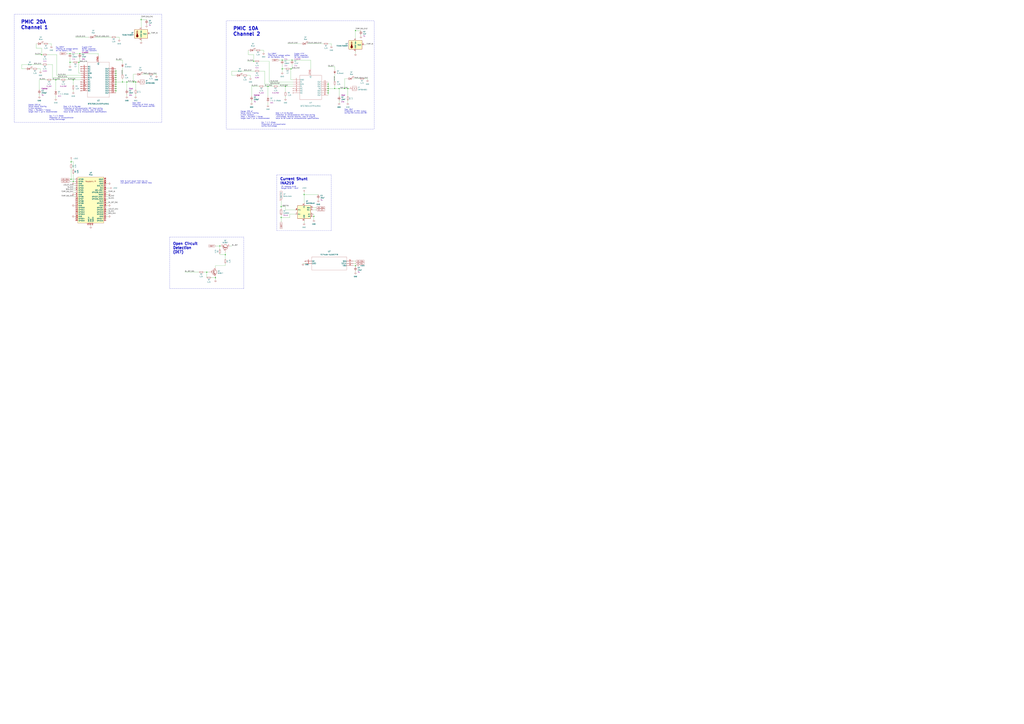
<source format=kicad_sch>
(kicad_sch (version 20211123) (generator eeschema)
  (paper "A0")
  (junction (at 255.27 285.75))
  (junction (at 92.71 62.23))
  (junction (at 163.83 22.86))
  (junction (at 142.24 95.25))
  (junction (at 91.44 72.39))
  (junction (at 81.28 62.23))
  (junction (at 134.62 102.87))
  (junction (at 327.66 69.85))
  (junction (at 134.62 97.79))
  (junction (at 48.26 63.5))
  (junction (at 381 107.95))
  (junction (at 388.62 102.87))
  (junction (at 81.28 72.39))
  (junction (at 412.75 35.56))
  (junction (at 250.19 322.58))
  (junction (at 85.09 210.82))
  (junction (at 311.15 100.33))
  (junction (at 82.55 187.96))
  (junction (at 326.39 240.03))
  (junction (at 157.48 95.25))
  (junction (at 154.94 95.25))
  (junction (at 134.62 90.17))
  (junction (at 134.62 92.71))
  (junction (at 64.77 92.71))
  (junction (at 364.49 251.46))
  (junction (at 381 102.87))
  (junction (at 134.62 95.25))
  (junction (at 85.09 92.71))
  (junction (at 400.05 102.87))
  (junction (at 381 97.79))
  (junction (at 393.7 102.87))
  (junction (at 134.62 85.09))
  (junction (at 134.62 100.33))
  (junction (at 339.09 69.85))
  (junction (at 337.82 80.01))
  (junction (at 381 100.33))
  (junction (at 134.62 82.55))
  (junction (at 147.32 95.25))
  (junction (at 403.86 102.87))
  (junction (at 82.55 208.28))
  (junction (at 331.47 100.33))
  (junction (at 261.62 295.91))
  (junction (at 412.75 308.61))
  (junction (at 381 105.41))
  (junction (at 353.06 226.06))
  (junction (at 134.62 87.63))
  (junction (at 240.03 316.23))
  (junction (at 134.62 105.41))
  (junction (at 326.39 252.73))
  (junction (at 327.66 80.01))
  (junction (at 294.64 71.12))
  (wire (pts (xy 93.98 85.09) (xy 91.44 85.09)))
  (wire (pts (xy 250.19 322.58) (xy 250.19 325.12)))
  (wire (pts (xy 123.19 243.84) (xy 125.73 243.84)))
  (wire (pts (xy 426.72 92.71) (xy 426.72 91.44)))
  (wire (pts (xy 261.62 295.91) (xy 261.62 300.99)))
  (wire (pts (xy 66.04 63.5) (xy 66.04 87.63)))
  (wire (pts (xy 82.55 195.58) (xy 82.55 208.28)))
  (wire (pts (xy 292.1 100.33) (xy 300.99 100.33)))
  (wire (pts (xy 419.1 41.91) (xy 419.1 40.64)))
  (wire (pts (xy 82.55 208.28) (xy 87.63 208.28)))
  (wire (pts (xy 86.36 238.76) (xy 87.63 238.76)))
  (wire (pts (xy 82.55 185.42) (xy 82.55 187.96)))
  (wire (pts (xy 300.99 71.12) (xy 312.42 71.12)))
  (wire (pts (xy 86.36 226.06) (xy 87.63 226.06)))
  (wire (pts (xy 110.49 43.18) (xy 129.54 43.18)))
  (wire (pts (xy 60.96 74.93) (xy 54.61 74.93)))
  (wire (pts (xy 388.62 86.36) (xy 388.62 93.98)))
  (wire (pts (xy 134.62 80.01) (xy 134.62 82.55)))
  (wire (pts (xy 323.85 69.85) (xy 327.66 69.85)))
  (wire (pts (xy 363.22 248.92) (xy 364.49 248.92)))
  (wire (pts (xy 312.42 95.25) (xy 340.36 95.25)))
  (wire (pts (xy 381 77.47) (xy 388.62 77.47)))
  (wire (pts (xy 240.03 316.23) (xy 240.03 322.58)))
  (wire (pts (xy 388.62 99.06) (xy 388.62 102.87)))
  (wire (pts (xy 307.34 82.55) (xy 300.99 82.55)))
  (polyline (pts (xy 283.21 275.59) (xy 196.85 275.59)))
  (wire (pts (xy 163.83 20.32) (xy 163.83 22.86)))
  (wire (pts (xy 48.26 63.5) (xy 49.53 63.5)))
  (wire (pts (xy 290.83 90.17) (xy 290.83 87.63)))
  (wire (pts (xy 134.62 82.55) (xy 134.62 85.09)))
  (wire (pts (xy 41.91 50.8) (xy 41.91 55.88)))
  (wire (pts (xy 85.09 196.85) (xy 85.09 187.96)))
  (wire (pts (xy 292.1 111.76) (xy 292.1 100.33)))
  (wire (pts (xy 134.62 95.25) (xy 134.62 97.79)))
  (wire (pts (xy 311.15 119.38) (xy 311.15 121.92)))
  (wire (pts (xy 123.19 228.6) (xy 125.73 228.6)))
  (wire (pts (xy 45.72 92.71) (xy 54.61 92.71)))
  (wire (pts (xy 306.07 60.96) (xy 306.07 58.42)))
  (wire (pts (xy 256.54 285.75) (xy 255.27 285.75)))
  (wire (pts (xy 288.29 58.42) (xy 288.29 63.5)))
  (wire (pts (xy 64.77 92.71) (xy 71.12 92.71)))
  (polyline (pts (xy 434.34 149.86) (xy 434.34 24.13)))
  (wire (pts (xy 60.96 90.17) (xy 60.96 74.93)))
  (wire (pts (xy 393.7 116.84) (xy 393.7 119.38)))
  (wire (pts (xy 154.94 95.25) (xy 157.48 95.25)))
  (wire (pts (xy 287.02 71.12) (xy 294.64 71.12)))
  (wire (pts (xy 163.83 46.99) (xy 163.83 48.26)))
  (polyline (pts (xy 187.96 142.24) (xy 187.96 16.51)))
  (wire (pts (xy 403.86 102.87) (xy 403.86 111.76)))
  (wire (pts (xy 331.47 243.84) (xy 331.47 240.03)))
  (wire (pts (xy 292.1 116.84) (xy 292.1 119.38)))
  (wire (pts (xy 54.61 63.5) (xy 66.04 63.5)))
  (wire (pts (xy 327.66 69.85) (xy 339.09 69.85)))
  (wire (pts (xy 86.36 213.36) (xy 87.63 213.36)))
  (wire (pts (xy 295.91 58.42) (xy 297.18 58.42)))
  (polyline (pts (xy 384.81 267.97) (xy 384.81 203.2)))
  (wire (pts (xy 45.72 109.22) (xy 45.72 111.76)))
  (wire (pts (xy 240.03 316.23) (xy 242.57 316.23)))
  (wire (pts (xy 422.91 52.07) (xy 425.45 52.07)))
  (wire (pts (xy 181.61 86.36) (xy 177.8 86.36)))
  (polyline (pts (xy 321.31 203.2) (xy 321.31 267.97)))
  (wire (pts (xy 336.55 80.01) (xy 337.82 80.01)))
  (wire (pts (xy 123.19 231.14) (xy 125.73 231.14)))
  (wire (pts (xy 353.06 226.06) (xy 369.57 226.06)))
  (wire (pts (xy 36.83 80.01) (xy 38.1 80.01)))
  (wire (pts (xy 45.72 104.14) (xy 45.72 92.71)))
  (wire (pts (xy 86.36 251.46) (xy 87.63 251.46)))
  (wire (pts (xy 261.62 306.07) (xy 261.62 308.61)))
  (polyline (pts (xy 321.31 267.97) (xy 384.81 267.97)))
  (wire (pts (xy 294.64 71.12) (xy 295.91 71.12)))
  (wire (pts (xy 157.48 95.25) (xy 158.75 95.25)))
  (wire (pts (xy 410.21 303.53) (xy 412.75 303.53)))
  (polyline (pts (xy 187.96 16.51) (xy 16.51 16.51)))
  (wire (pts (xy 134.62 43.18) (xy 138.43 43.18)))
  (wire (pts (xy 142.24 69.85) (xy 142.24 73.66)))
  (wire (pts (xy 92.71 67.31) (xy 92.71 72.39)))
  (wire (pts (xy 236.22 316.23) (xy 240.03 316.23)))
  (wire (pts (xy 381 100.33) (xy 381 102.87)))
  (wire (pts (xy 93.98 90.17) (xy 60.96 90.17)))
  (wire (pts (xy 266.7 285.75) (xy 269.24 285.75)))
  (wire (pts (xy 157.48 95.25) (xy 157.48 104.14)))
  (wire (pts (xy 81.28 62.23) (xy 92.71 62.23)))
  (wire (pts (xy 46.99 82.55) (xy 46.99 80.01)))
  (wire (pts (xy 123.19 236.22) (xy 125.73 236.22)))
  (wire (pts (xy 353.06 256.54) (xy 353.06 259.08)))
  (wire (pts (xy 337.82 80.01) (xy 337.82 92.71)))
  (wire (pts (xy 327.66 80.01) (xy 327.66 83.82)))
  (wire (pts (xy 288.29 63.5) (xy 294.64 63.5)))
  (wire (pts (xy 59.69 92.71) (xy 64.77 92.71)))
  (wire (pts (xy 364.49 248.92) (xy 364.49 251.46)))
  (wire (pts (xy 381 95.25) (xy 381 97.79)))
  (wire (pts (xy 363.22 251.46) (xy 364.49 251.46)))
  (wire (pts (xy 255.27 295.91) (xy 261.62 295.91)))
  (wire (pts (xy 381 50.8) (xy 384.81 50.8)))
  (wire (pts (xy 381 97.79) (xy 381 100.33)))
  (wire (pts (xy 138.43 45.72) (xy 138.43 43.18)))
  (wire (pts (xy 400.05 91.44) (xy 400.05 102.87)))
  (wire (pts (xy 85.09 92.71) (xy 85.09 99.06)))
  (wire (pts (xy 92.71 62.23) (xy 114.3 62.23)))
  (wire (pts (xy 363.22 241.3) (xy 367.03 241.3)))
  (polyline (pts (xy 16.51 142.24) (xy 187.96 142.24)))
  (wire (pts (xy 64.77 92.71) (xy 64.77 104.14)))
  (wire (pts (xy 410.21 306.07) (xy 412.75 306.07)))
  (wire (pts (xy 353.06 223.52) (xy 353.06 226.06)))
  (wire (pts (xy 142.24 95.25) (xy 134.62 95.25)))
  (wire (pts (xy 90.17 72.39) (xy 91.44 72.39)))
  (wire (pts (xy 76.2 92.71) (xy 85.09 92.71)))
  (wire (pts (xy 134.62 90.17) (xy 134.62 92.71)))
  (wire (pts (xy 322.58 100.33) (xy 331.47 100.33)))
  (wire (pts (xy 400.05 102.87) (xy 403.86 102.87)))
  (wire (pts (xy 85.09 228.6) (xy 87.63 228.6)))
  (wire (pts (xy 123.19 213.36) (xy 125.73 213.36)))
  (wire (pts (xy 337.82 80.01) (xy 339.09 80.01)))
  (wire (pts (xy 59.69 50.8) (xy 55.88 50.8)))
  (wire (pts (xy 280.67 87.63) (xy 281.94 87.63)))
  (wire (pts (xy 245.11 322.58) (xy 250.19 322.58)))
  (polyline (pts (xy 262.89 149.86) (xy 434.34 149.86)))
  (wire (pts (xy 170.18 29.21) (xy 170.18 27.94)))
  (wire (pts (xy 342.9 243.84) (xy 331.47 243.84)))
  (polyline (pts (xy 196.85 275.59) (xy 196.85 335.28)))
  (wire (pts (xy 87.63 43.18) (xy 102.87 43.18)))
  (wire (pts (xy 351.79 306.07) (xy 354.33 306.07)))
  (wire (pts (xy 388.62 102.87) (xy 381 102.87)))
  (wire (pts (xy 85.09 201.93) (xy 85.09 210.82)))
  (wire (pts (xy 326.39 250.19) (xy 326.39 252.73)))
  (wire (pts (xy 250.19 311.15) (xy 250.19 308.61)))
  (wire (pts (xy 85.09 218.44) (xy 87.63 218.44)))
  (wire (pts (xy 85.09 220.98) (xy 87.63 220.98)))
  (wire (pts (xy 381 105.41) (xy 381 107.95)))
  (wire (pts (xy 81.28 72.39) (xy 81.28 76.2)))
  (wire (pts (xy 81.28 72.39) (xy 85.09 72.39)))
  (wire (pts (xy 369.57 231.14) (xy 369.57 232.41)))
  (wire (pts (xy 81.28 67.31) (xy 81.28 72.39)))
  (wire (pts (xy 134.62 85.09) (xy 134.62 87.63)))
  (wire (pts (xy 29.21 80.01) (xy 25.4 80.01)))
  (wire (pts (xy 269.24 82.55) (xy 295.91 82.55)))
  (wire (pts (xy 157.48 109.22) (xy 157.48 111.76)))
  (wire (pts (xy 123.19 248.92) (xy 125.73 248.92)))
  (wire (pts (xy 134.62 105.41) (xy 134.62 107.95)))
  (wire (pts (xy 273.05 87.63) (xy 269.24 87.63)))
  (wire (pts (xy 134.62 87.63) (xy 134.62 90.17)))
  (wire (pts (xy 134.62 97.79) (xy 134.62 100.33)))
  (wire (pts (xy 381 102.87) (xy 381 105.41)))
  (wire (pts (xy 123.19 226.06) (xy 125.73 226.06)))
  (wire (pts (xy 85.09 210.82) (xy 87.63 210.82)))
  (wire (pts (xy 403.86 116.84) (xy 403.86 119.38)))
  (wire (pts (xy 340.36 97.79) (xy 307.34 97.79)))
  (wire (pts (xy 393.7 102.87) (xy 400.05 102.87)))
  (wire (pts (xy 250.19 321.31) (xy 250.19 322.58)))
  (wire (pts (xy 269.24 87.63) (xy 269.24 82.55)))
  (wire (pts (xy 91.44 72.39) (xy 91.44 85.09)))
  (wire (pts (xy 410.21 308.61) (xy 412.75 308.61)))
  (wire (pts (xy 363.22 243.84) (xy 367.03 243.84)))
  (wire (pts (xy 81.28 208.28) (xy 82.55 208.28)))
  (wire (pts (xy 142.24 78.74) (xy 142.24 86.36)))
  (wire (pts (xy 402.59 91.44) (xy 400.05 91.44)))
  (wire (pts (xy 134.62 92.71) (xy 134.62 95.25)))
  (wire (pts (xy 331.47 100.33) (xy 331.47 106.68)))
  (wire (pts (xy 381 107.95) (xy 381 110.49)))
  (wire (pts (xy 41.91 55.88) (xy 48.26 55.88)))
  (wire (pts (xy 388.62 77.47) (xy 388.62 81.28)))
  (wire (pts (xy 294.64 63.5) (xy 294.64 71.12)))
  (wire (pts (xy 331.47 111.76) (xy 331.47 114.3)))
  (wire (pts (xy 25.4 74.93) (xy 49.53 74.93)))
  (wire (pts (xy 93.98 92.71) (xy 85.09 92.71)))
  (wire (pts (xy 311.15 100.33) (xy 317.5 100.33)))
  (wire (pts (xy 312.42 71.12) (xy 312.42 95.25)))
  (wire (pts (xy 326.39 233.68) (xy 326.39 240.03)))
  (polyline (pts (xy 283.21 335.28) (xy 283.21 275.59)))
  (wire (pts (xy 412.75 59.69) (xy 412.75 62.23)))
  (wire (pts (xy 342.9 248.92) (xy 336.55 248.92)))
  (wire (pts (xy 360.68 69.85) (xy 360.68 80.01)))
  (wire (pts (xy 290.83 87.63) (xy 287.02 87.63)))
  (wire (pts (xy 353.06 226.06) (xy 353.06 236.22)))
  (wire (pts (xy 85.09 187.96) (xy 82.55 187.96)))
  (wire (pts (xy 340.36 92.71) (xy 337.82 92.71)))
  (wire (pts (xy 306.07 58.42) (xy 302.26 58.42)))
  (wire (pts (xy 82.55 187.96) (xy 82.55 190.5)))
  (wire (pts (xy 165.1 86.36) (xy 172.72 86.36)))
  (wire (pts (xy 412.75 34.29) (xy 412.75 35.56)))
  (wire (pts (xy 173.99 39.37) (xy 175.26 39.37)))
  (wire (pts (xy 147.32 109.22) (xy 147.32 111.76)))
  (wire (pts (xy 334.01 50.8) (xy 349.25 50.8)))
  (wire (pts (xy 147.32 95.25) (xy 142.24 95.25)))
  (polyline (pts (xy 262.89 24.13) (xy 262.89 149.86)))
  (wire (pts (xy 81.28 210.82) (xy 85.09 210.82)))
  (wire (pts (xy 327.66 80.01) (xy 331.47 80.01)))
  (wire (pts (xy 412.75 308.61) (xy 412.75 309.88)))
  (wire (pts (xy 142.24 91.44) (xy 142.24 95.25)))
  (wire (pts (xy 261.62 293.37) (xy 261.62 295.91)))
  (wire (pts (xy 66.04 87.63) (xy 93.98 87.63)))
  (wire (pts (xy 91.44 72.39) (xy 92.71 72.39)))
  (wire (pts (xy 147.32 104.14) (xy 147.32 95.25)))
  (wire (pts (xy 336.55 252.73) (xy 326.39 252.73)))
  (wire (pts (xy 46.99 80.01) (xy 43.18 80.01)))
  (wire (pts (xy 326.39 252.73) (xy 326.39 257.81)))
  (wire (pts (xy 123.19 246.38) (xy 125.73 246.38)))
  (wire (pts (xy 154.94 86.36) (xy 154.94 95.25)))
  (wire (pts (xy 40.64 63.5) (xy 48.26 63.5)))
  (wire (pts (xy 356.87 50.8) (xy 375.92 50.8)))
  (wire (pts (xy 157.48 86.36) (xy 154.94 86.36)))
  (wire (pts (xy 306.07 100.33) (xy 311.15 100.33)))
  (wire (pts (xy 49.53 50.8) (xy 50.8 50.8)))
  (wire (pts (xy 59.69 53.34) (xy 59.69 50.8)))
  (wire (pts (xy 255.27 294.64) (xy 255.27 295.91)))
  (wire (pts (xy 410.21 91.44) (xy 417.83 91.44)))
  (wire (pts (xy 147.32 95.25) (xy 154.94 95.25)))
  (wire (pts (xy 163.83 22.86) (xy 163.83 31.75)))
  (wire (pts (xy 331.47 240.03) (xy 326.39 240.03)))
  (wire (pts (xy 393.7 111.76) (xy 393.7 102.87)))
  (polyline (pts (xy 16.51 16.51) (xy 16.51 142.24)))
  (wire (pts (xy 307.34 97.79) (xy 307.34 82.55)))
  (wire (pts (xy 134.62 100.33) (xy 134.62 102.87)))
  (wire (pts (xy 85.09 104.14) (xy 85.09 106.68)))
  (wire (pts (xy 364.49 251.46) (xy 364.49 255.27)))
  (wire (pts (xy 393.7 102.87) (xy 388.62 102.87)))
  (wire (pts (xy 64.77 111.76) (xy 64.77 114.3)))
  (wire (pts (xy 412.75 314.96) (xy 412.75 316.23)))
  (wire (pts (xy 114.3 64.77) (xy 114.3 62.23)))
  (wire (pts (xy 426.72 91.44) (xy 422.91 91.44)))
  (wire (pts (xy 412.75 308.61) (xy 414.02 308.61)))
  (wire (pts (xy 250.19 285.75) (xy 255.27 285.75)))
  (wire (pts (xy 340.36 100.33) (xy 331.47 100.33)))
  (wire (pts (xy 336.55 248.92) (xy 336.55 252.73)))
  (wire (pts (xy 326.39 240.03) (xy 326.39 242.57)))
  (wire (pts (xy 327.66 74.93) (xy 327.66 80.01)))
  (wire (pts (xy 384.81 53.34) (xy 384.81 50.8)))
  (wire (pts (xy 181.61 87.63) (xy 181.61 86.36)))
  (wire (pts (xy 85.09 223.52) (xy 87.63 223.52)))
  (polyline (pts (xy 321.31 203.2) (xy 384.81 203.2)))
  (wire (pts (xy 255.27 285.75) (xy 255.27 289.56)))
  (wire (pts (xy 123.19 218.44) (xy 127 218.44)))
  (wire (pts (xy 123.19 223.52) (xy 125.73 223.52)))
  (wire (pts (xy 412.75 35.56) (xy 412.75 44.45)))
  (wire (pts (xy 214.63 316.23) (xy 231.14 316.23)))
  (wire (pts (xy 163.83 22.86) (xy 170.18 22.86)))
  (wire (pts (xy 25.4 80.01) (xy 25.4 74.93)))
  (wire (pts (xy 123.19 251.46) (xy 125.73 251.46)))
  (wire (pts (xy 123.19 238.76) (xy 125.73 238.76)))
  (wire (pts (xy 134.62 69.85) (xy 142.24 69.85)))
  (wire (pts (xy 250.19 308.61) (xy 261.62 308.61)))
  (wire (pts (xy 339.09 69.85) (xy 360.68 69.85)))
  (polyline (pts (xy 196.85 335.28) (xy 283.21 335.28)))
  (wire (pts (xy 48.26 55.88) (xy 48.26 63.5)))
  (wire (pts (xy 77.47 62.23) (xy 81.28 62.23)))
  (wire (pts (xy 134.62 102.87) (xy 134.62 105.41)))
  (wire (pts (xy 412.75 35.56) (xy 419.1 35.56)))
  (wire (pts (xy 85.09 215.9) (xy 87.63 215.9)))
  (polyline (pts (xy 434.34 24.13) (xy 262.89 24.13)))
  (wire (pts (xy 339.09 74.93) (xy 339.09 80.01)))
  (wire (pts (xy 311.15 100.33) (xy 311.15 111.76)))
  (wire (pts (xy 403.86 102.87) (xy 405.13 102.87)))
  (wire (pts (xy 105.41 261.62) (xy 105.41 262.89)))
  (text "R_{ADC} 4.7k & R_{IS_PROT}\nProtection of microcontroller ADC input during\n Overvoltage, Reverse Polarity, Loss of Ground\nValue to be tuned to microcontroller specifications" (at 73.66 130.81 0) (effects (font (size 1.27 1.27)) (justify left bottom)))
  (text "C_{SENSE} 220 pF\nSense signal filtering\nA time constant\n(R_{ADC} + R_{IS_PROT}) * C_{SENSE}\nlonger than 1 µs is recommended" (at 33.02 130.81 0) (effects (font (size 1.27 1.27)) (justify left bottom)))
  (text "PMIC 10A\nChannel 2" (at 270.51 41.91 0) (effects (font (size 4 4) (thickness 0.8) bold) (justify left bottom)))
  (text "C_{vs} 100nF \nFiltering of voltage spikes\non the battery line" (at 311.15 67.31 0) (effects (font (size 1.27 1.27)) (justify left bottom)))
  (text "C_{vsGND} 47nF\nBuffer capacitor\nfor fast transient" (at 95.25 59.69 0) (effects (font (size 1.27 1.27)) (justify left bottom)))
  (text "I^{2}C Address: 0x40\nRange: 0x40 - 0x4F" (at 326.39 219.71 0) (effects (font (size 1.27 1.27)) (justify left bottom)))
  (text "D_{Z1} 7 V Z-Diode\nProtection of microcontroller\nduring Overvoltage" (at 57.15 139.7 0) (effects (font (size 1.27 1.27)) (justify left bottom)))
  (text "Open Circuit\nDetection\n(DET)" (at 200.66 294.64 0) (effects (font (size 3 3) (thickness 0.6) bold) (justify left bottom)))
  (text "C_{vsGND} 47nF\nBuffer capacitor\nfor fast transient" (at 341.63 67.31 0) (effects (font (size 1.27 1.27)) (justify left bottom)))
  (text "C_{SENSE} 220 pF\nSense signal filtering\nA time constant\n(R_{ADC} + R_{IS_PROT}) * C_{SENSE}\nlonger than 1 µs is recommended" (at 279.4 138.43 0) (effects (font (size 1.27 1.27)) (justify left bottom)))
  (text "D_{Z1} 7 V Z-Diode\nProtection of microcontroller\nduring Overvoltage" (at 303.53 147.32 0) (effects (font (size 1.27 1.27)) (justify left bottom)))
  (text "C_{OUT} 10nF\nProtection of PMIC output\nduring ESD events and BCI" (at 400.05 132.08 0) (effects (font (size 1.27 1.27)) (justify left bottom)))
  (text "Current Shunt\nINA219" (at 325.12 214.63 0) (effects (font (size 3 3) (thickness 0.6) bold) (justify left bottom)))
  (text "C_{OUT} 10nF\nProtection of PMIC output\nduring ESD events and BCI" (at 153.67 124.46 0) (effects (font (size 1.27 1.27)) (justify left bottom)))
  (text "R_{ADC} 4.7k & R_{IS_PROT}\nProtection of microcontroller ADC input during\n Overvoltage, Reverse Polarity, Loss of Ground\nValue to be tuned to microcontroller specifications" (at 320.04 138.43 0) (effects (font (size 1.27 1.27)) (justify left bottom)))
  (text "Safe to bum power from the rpi.\nJust gotta keep it under 300ma hoss" (at 139.7 213.36 0) (effects (font (size 1.27 1.27)) (justify left bottom)))
  (text "C_{vs} 100nF \nFiltering of voltage spikes\non the battery line" (at 64.77 59.69 0) (effects (font (size 1.27 1.27)) (justify left bottom)))
  (text "PMIC 20A\nChannel 1" (at 24.13 34.29 0) (effects (font (size 4 4) (thickness 0.8) bold) (justify left bottom)))
  (label "IS_CH1" (at 125.73 231.14 0))
  (label "LED_ST_CH2" (at 334.01 50.8 0))
  (label "IS_CH1" (at 45.72 92.71 0))
  (label "TEMP_SIG_CH1" (at 85.09 223.52 180))
  (label "DEN_R_CH2" (at 313.69 97.79 0))
  (label "IS_CH2" (at 125.73 228.6 0))
  (label "IN_R_CH1" (at 67.31 87.63 0))
  (label "LED_ST_GND_CH2" (at 356.87 50.8 0))
  (label "PWR_LED_K_CH1" (at 166.37 86.36 0))
  (label "DEN_CH1" (at 39.37 74.93 0))
  (label "DEN_CH2" (at 283.21 82.55 0))
  (label "IN_CH2" (at 287.02 71.12 0))
  (label "OL_DET_CH1" (at 142.24 86.36 90) (effects (font (size 0.55 0.55))))
  (label "IN_CH2" (at 85.09 218.44 180))
  (label "IS_T_CH2" (at 307.34 100.33 0))
  (label "TEMP_SIG_CH2" (at 85.09 228.6 180))
  (label "IS_R_CH2" (at 325.12 100.33 0))
  (label "LED_ST_CH1" (at 125.73 243.84 0))
  (label "IN_R_CH2" (at 313.69 95.25 0))
  (label "LED_ST_CH1" (at 87.63 43.18 0))
  (label "GND_CH2" (at 339.09 80.01 0))
  (label "IS_CH2" (at 292.1 100.33 0))
  (label "IS_R_CH1" (at 78.74 92.71 0))
  (label "TEMP_IN" (at 175.26 39.37 0))
  (label "OUT_CH2" (at 394.97 102.87 0))
  (label "OL_DET_SIG" (at 214.63 316.23 0))
  (label "TEMP_SIG_CH1" (at 163.83 20.32 0))
  (label "TEMP_IN" (at 125.73 223.52 0))
  (label "TEMP_IN" (at 425.45 52.07 0))
  (label "OUT_CH1" (at 148.59 95.25 0))
  (label "IN_CH1" (at 125.73 246.38 0))
  (label "DEN_CH2" (at 85.09 220.98 180))
  (label "OL_DET" (at 269.24 285.75 0))
  (label "VBATTIN" (at 327.66 240.03 0))
  (label "OL_DET_SIG" (at 125.73 236.22 0))
  (label "PWR_LED_K_CH2" (at 411.48 91.44 0))
  (label "LED_ST_CH2" (at 85.09 215.9 180))
  (label "OL_DET_CH9" (at 388.62 93.98 90) (effects (font (size 0.55 0.55))))
  (label "GND_CH1" (at 92.71 72.39 0))
  (label "DEN_R_CH1" (at 67.31 90.17 0))
  (label "IS_T_CH1" (at 60.96 92.71 0))
  (label "OL_DET" (at 381 77.47 0))
  (label "OL_DET" (at 134.62 69.85 0))
  (label "DEN_CH1" (at 125.73 248.92 0))
  (label "LED_ST_GND_CH1" (at 110.49 43.18 0))
  (label "IN_CH1" (at 40.64 63.5 0))
  (label "TEMP_SIG_CH2" (at 412.75 34.29 0))
  (global_label "I2C_SDA" (shape input) (at 412.75 303.53 0) (property "Intersheet References" "${INTERSHEET_REFS}" (effects hide)))
  (global_label "I2C_SCL" (shape input) (at 81.28 210.82 180) (property "Intersheet References" "${INTERSHEET_REFS}" (effects hide)))
  (global_label "I2C_SDA" (shape input) (at 367.03 241.3 0) (property "Intersheet References" "${INTERSHEET_REFS}" (effects hide)))
  (global_label "VBATT" (shape input) (at 323.85 69.85 180) (property "Intersheet References" "${INTERSHEET_REFS}" (effects hide)))
  (global_label "I2C_SDA" (shape input) (at 81.28 208.28 180) (property "Intersheet References" "${INTERSHEET_REFS}" (effects hide)))
  (global_label "VBATT" (shape input) (at 250.19 285.75 180) (property "Intersheet References" "${INTERSHEET_REFS}" (effects hide)))
  (global_label "I2C_SCL" (shape input) (at 412.75 306.07 0) (property "Intersheet References" "${INTERSHEET_REFS}" (effects hide)))
  (global_label "VBATT" (shape input) (at 77.47 62.23 180) (property "Intersheet References" "${INTERSHEET_REFS}" (effects hide)))
  (global_label "I2C_SCL" (shape input) (at 367.03 243.84 0) (property "Intersheet References" "${INTERSHEET_REFS}" (effects hide)))
  (global_label "VBATT" (shape input) (at 326.39 257.81 270) (property "Intersheet References" "${INTERSHEET_REFS}" (effects hide)))
  (symbol (lib_id "power:GND") (at 86.36 213.36 270) (unit 1)
    (property "Reference" "#PWR?" (effects hide))
    (property "Value" "GND" (effects hide))
  )
  (symbol (lib_id "Device:R_Small") (at 299.72 58.42 90) (unit 1)
    (property "Reference" "R?" (at 299.72 60.96 90))
    (property "Value" "1.2k" (at 299.72 63.5 90))
    (property "Footprint" "Resistor_SMD:R_0603_1608Metric" (effects hide))
  )
  (symbol (lib_id "Device:LED") (at 292.1 58.42 180) (unit 1)
    (property "Reference" "D?" (at 293.6875 50.8 0))
    (property "Value" "Blue" (at 293.6875 53.34 0))
    (property "Footprint" "LED_SMD:LED_0603_1608Metric" (effects hide))
  )
  (symbol (lib_id "Device:R_Small") (at 331.47 109.22 0) (unit 1)
    (property "Reference" "R?" (at 334.01 107.9499 0) (effects (justify left)))
    (property "Value" "1.2k" (at 334.01 110.4899 0) (effects (justify left)))
    (property "Footprint" "Resistor_SMD:R_0603_1608Metric" (effects hide))
  )
  (symbol (lib_id "power:GND") (at 181.61 87.63 0) (unit 1)
    (property "Reference" "#PWR?" (effects hide))
    (property "Value" "GND" (at 181.61 92.71 0))
  )
  (symbol (lib_id "Device:C_Small") (at 81.28 64.77 0) (unit 1)
    (property "Reference" "C?" (at 83.82 63.5062 0) (effects (justify left)))
    (property "Value" "100nF" (at 83.82 66.0462 0) (effects (justify left)))
    (property "Footprint" "Capacitor_SMD:C_0603_1608Metric" (effects hide))
    (property "Voltage" "14v" (at 83.82 68.58 0) (effects (justify left)))
    (property "Name" "Cvs" (at 83.82 60.96 0) (effects (justify left)))
  )
  (symbol (lib_id "power:GND") (at 327.66 83.82 0) (unit 1)
    (property "Reference" "#PWR?" (effects hide))
    (property "Value" "GND" (at 327.66 88.9 0))
  )
  (symbol (lib_id "Device:R_Small") (at 334.01 80.01 90) (unit 1)
    (property "Reference" "R?" (at 334.01 82.55 90))
    (property "Value" "47" (at 334.01 85.09 90))
    (property "Footprint" "Resistor_SMD:R_0603_1608Metric" (effects hide))
  )
  (symbol (lib_id "GitHub:Pico") (at 105.41 232.41 0) (unit 1)
    (property "Reference" "U?" (at 105.41 200.66 0))
    (property "Value" "Pico" (at 105.41 203.2 0))
    (property "Footprint" "Library:RPi_Pico_SMD_TH" (effects hide))
  )
  (symbol (lib_id "Device:R_Small") (at 53.34 50.8 90) (unit 1)
    (property "Reference" "R?" (at 53.34 53.34 90))
    (property "Value" "1.2k" (at 53.34 55.88 90))
    (property "Footprint" "Resistor_SMD:R_0603_1608Metric" (effects hide))
  )
  (symbol (lib_id "Device:C_Small") (at 292.1 114.3 0) (unit 1)
    (property "Reference" "C?" (at 294.64 113.0362 0) (effects (justify left)))
    (property "Value" "220pF" (at 294.64 115.5762 0) (effects (justify left)))
    (property "Footprint" "Capacitor_SMD:C_0603_1608Metric" (effects hide))
    (property "Voltage" "7v" (at 294.64 118.11 0) (effects (justify left)))
    (property "Name" "Csense" (at 294.64 110.49 0) (effects (justify left)))
  )
  (symbol (lib_id "power:GND") (at 311.15 121.92 0) (unit 1)
    (property "Reference" "#PWR?" (effects hide))
    (property "Value" "GND" (at 311.15 127 0))
  )
  (symbol (lib_id "power:GND") (at 46.99 82.55 0) (unit 1)
    (property "Reference" "#PWR?" (effects hide))
    (property "Value" "GND" (at 46.99 87.63 0))
  )
  (symbol (lib_id "Device:R_Small") (at 320.04 100.33 90) (unit 1)
    (property "Reference" "R?" (at 320.04 102.87 90))
    (property "Value" "4.7k" (at 320.04 105.41 90))
    (property "Footprint" "Resistor_SMD:R_0603_1608Metric" (effects hide))
    (property "Name" "R_IS_PROT" (at 320.04 107.95 90) (effects (font (size 1 1))))
  )
  (symbol (lib_id "Device:R") (at 326.39 246.38 0) (unit 1)
    (property "Reference" "R?" (at 328.93 245.1099 0) (effects (justify left)))
    (property "Value" "0.0003" (at 328.93 247.6499 0) (effects (justify left)))
    (property "Footprint" "Library:5930" (effects hide))
    (property "Name" "Shunt" (at 328.93 250.19 0) (effects (justify left)))
  )
  (symbol (lib_id "Device:C_Small") (at 393.7 114.3 0) (unit 1)
    (property "Reference" "C?" (at 396.24 113.0362 0) (effects (justify left)))
    (property "Value" "10nF" (at 396.24 115.5762 0) (effects (justify left)))
    (property "Footprint" "Capacitor_SMD:C_0603_1608Metric" (effects hide))
    (property "Voltage" "14v" (at 396.24 118.11 0) (effects (justify left)))
    (property "Name" "Cout" (at 396.24 110.49 0) (effects (justify left)))
  )
  (symbol (lib_id "power:GND") (at 157.48 111.76 0) (unit 1)
    (property "Reference" "#PWR?" (effects hide))
    (property "Value" "GND" (at 157.48 116.84 0))
  )
  (symbol (lib_id "power:GND") (at 384.81 53.34 0) (unit 1)
    (property "Reference" "#PWR?" (effects hide))
    (property "Value" "GND" (at 384.81 58.42 0))
  )
  (symbol (lib_id "Device:C_Small") (at 92.71 64.77 0) (unit 1)
    (property "Reference" "C?" (at 95.25 63.5062 0) (effects (justify left)))
    (property "Value" "47nF" (at 95.25 66.0462 0) (effects (justify left)))
    (property "Footprint" "Capacitor_SMD:C_0603_1608Metric" (effects hide))
    (property "Voltage" "14v" (at 95.25 68.58 0) (effects (justify left)))
    (property "Name" "CvsGND" (at 95.25 60.96 0) (effects (justify left)))
  )
  (symbol (lib_id "Device:C_Small") (at 412.75 312.42 0) (unit 1)
    (property "Reference" "C?" (at 415.29 311.1562 0) (effects (justify left)))
    (property "Value" "10uF" (at 415.29 313.6962 0) (effects (justify left)))
    (property "Footprint" "Capacitor_SMD:C_0603_1608Metric" (effects hide))
    (property "Voltage" "7v" (at 415.29 316.23 0) (effects (justify left)))
  )
  (symbol (lib_id "power:GND") (at 81.28 76.2 0) (unit 1)
    (property "Reference" "#PWR?" (effects hide))
    (property "Value" "GND" (at 81.28 81.28 0))
  )
  (symbol (lib_id "power:GND") (at 419.1 41.91 0) (unit 1)
    (property "Reference" "#PWR?" (effects hide))
    (property "Value" "GND" (effects hide))
  )
  (symbol (lib_id "Device:LED") (at 353.06 50.8 180) (unit 1)
    (property "Reference" "D?" (at 354.6475 43.18 0))
    (property "Value" "Red" (at 354.6475 45.72 0))
    (property "Footprint" "LED_SMD:LED_0603_1608Metric" (effects hide))
  )
  (symbol (lib_id "power:GND") (at 351.79 306.07 0) (unit 1)
    (property "Reference" "#PWR?" (effects hide))
    (property "Value" "GND" (at 354.33 307.3399 0) (effects (justify left)))
  )
  (symbol (lib_id "power:GND") (at 364.49 255.27 0) (unit 1)
    (property "Reference" "#PWR?" (effects hide))
    (property "Value" "GND" (at 364.49 260.35 0))
  )
  (symbol (lib_id "Device:R_Small") (at 40.64 80.01 90) (unit 1)
    (property "Reference" "R?" (at 40.64 82.55 90))
    (property "Value" "1.2k" (at 40.64 85.09 90))
    (property "Footprint" "Resistor_SMD:R_0603_1608Metric" (effects hide))
  )
  (symbol (lib_id "GitHub:197054001") (at 165.1 93.98 180) (unit 1)
    (property "Reference" "J?" (at 168.91 93.9799 0) (effects (justify right)))
    (property "Value" "197054001" (at 168.91 96.5199 0) (effects (justify right)))
    (property "Footprint" "Library:197054001" (effects hide))
  )
  (symbol (lib_id "Device:C_Small") (at 147.32 106.68 0) (unit 1)
    (property "Reference" "C?" (at 149.86 105.4162 0) (effects (justify left)))
    (property "Value" "10nF" (at 149.86 107.9562 0) (effects (justify left)))
    (property "Footprint" "Capacitor_SMD:C_0603_1608Metric" (effects hide))
    (property "Voltage" "14v" (at 149.86 110.49 0) (effects (justify left)))
    (property "Name" "Cout" (at 149.86 102.87 0) (effects (justify left)))
  )
  (symbol (lib_id "Device:LED") (at 406.4 91.44 180) (unit 1)
    (property "Reference" "D?" (at 407.9875 83.82 0))
    (property "Value" "Red" (at 407.9875 86.36 0))
    (property "Footprint" "LED_SMD:LED_0603_1608Metric" (effects hide))
  )
  (symbol (lib_id "power:GND") (at 147.32 111.76 0) (unit 1)
    (property "Reference" "#PWR?" (effects hide))
    (property "Value" "GND" (at 147.32 116.84 0))
  )
  (symbol (lib_id "Device:R_Small") (at 298.45 82.55 90) (unit 1)
    (property "Reference" "R?" (at 298.45 85.09 90))
    (property "Value" "4.7k" (at 298.45 87.63 90))
    (property "Footprint" "Resistor_SMD:R_0603_1608Metric" (effects hide))
    (property "Name" "R_DEN" (at 298.45 90.17 90) (effects (font (size 1 1))))
  )
  (symbol (lib_id "GitHub:6mm_hole") (at 328.93 229.87 90) (unit 1)
    (property "Reference" "U?" (at 328.93 225.4249 90) (effects (justify right)))
    (property "Value" "6mm_hole" (at 328.93 227.9649 90) (effects (justify right)))
    (property "Footprint" "Library:6mm hole" (effects hide))
  )
  (symbol (lib_id "Device:LED") (at 106.68 43.18 180) (unit 1)
    (property "Reference" "D?" (at 108.2675 35.56 0))
    (property "Value" "Red" (at 108.2675 38.1 0))
    (property "Footprint" "LED_SMD:LED_0603_1608Metric" (effects hide))
  )
  (symbol (lib_id "power:+3V3") (at 82.55 185.42 0) (unit 1)
    (property "Reference" "#PWR?" (effects hide))
    (property "Value" "+3V3" (at 85.09 184.1499 0) (effects (justify left)))
  )
  (symbol (lib_id "Device:R_Small") (at 142.24 88.9 0) (unit 1)
    (property "Reference" "R?" (at 144.78 87.6299 0) (effects (justify left)))
    (property "Value" "1.2k" (at 144.78 90.1699 0) (effects (justify left)))
    (property "Footprint" "Resistor_SMD:R_0603_1608Metric" (effects hide))
  )
  (symbol (lib_id "Sensor_Temperature:TC1047xNB") (at 163.83 39.37 0) (unit 1)
    (property "Reference" "U?" (at 154.94 38.0999 0) (effects (justify right)))
    (property "Value" "TC1047VNBTR" (at 154.94 40.6399 0) (effects (justify right)))
    (property "Footprint" "Package_TO_SOT_SMD:SOT-23" (effects hide))
    (property "Datasheet" "http://ww1.microchip.com/downloads/en/DeviceDoc/21498D.pdf" (effects hide))
  )
  (symbol (lib_id "power:GND") (at 369.57 232.41 0) (unit 1)
    (property "Reference" "#PWR?" (effects hide))
    (property "Value" "GND" (at 369.57 237.49 0))
  )
  (symbol (lib_id "power:GND") (at 86.36 238.76 270) (unit 1)
    (property "Reference" "#PWR?" (effects hide))
    (property "Value" "GND" (effects hide))
  )
  (symbol (lib_id "power:GND") (at 290.83 90.17 0) (unit 1)
    (property "Reference" "#PWR?" (effects hide))
    (property "Value" "GND" (at 290.83 95.25 0))
  )
  (symbol (lib_id "Device:C_Small") (at 327.66 72.39 0) (unit 1)
    (property "Reference" "C?" (at 330.2 71.1262 0) (effects (justify left)))
    (property "Value" "100nF" (at 330.2 73.6662 0) (effects (justify left)))
    (property "Footprint" "Capacitor_SMD:C_0603_1608Metric" (effects hide))
    (property "Voltage" "14v" (at 330.2 76.2 0) (effects (justify left)))
    (property "Name" "Cvs" (at 330.2 68.58 0) (effects (justify left)))
  )
  (symbol (lib_id "Device:R_Small") (at 303.53 100.33 90) (unit 1)
    (property "Reference" "R?" (at 303.53 102.87 90))
    (property "Value" "4.7k" (at 303.53 105.41 90))
    (property "Footprint" "Resistor_SMD:R_0603_1608Metric" (effects hide))
    (property "Name" "R_ADC" (at 303.53 107.95 90))
  )
  (symbol (lib_id "Transistor_BJT:BC817") (at 247.65 316.23 0) (unit 1)
    (property "Reference" "Q?" (at 252.73 314.9599 0) (effects (justify left)))
    (property "Value" "BC817" (at 252.73 317.4999 0) (effects (justify left)))
    (property "Footprint" "Package_TO_SOT_SMD:SOT-23" (effects hide))
    (property "Datasheet" "https://www.onsemi.com/pub/Collateral/BC818-D.pdf" (effects hide))
  )
  (symbol (lib_id "Device:R_Small") (at 52.07 63.5 90) (unit 1)
    (property "Reference" "R?" (at 52.07 66.04 90))
    (property "Value" "4.7k" (at 52.07 68.58 90))
    (property "Footprint" "Resistor_SMD:R_0603_1608Metric" (effects hide))
    (property "Name" "R_IN" (at 52.07 71.12 90) (effects (font (size 1 1))))
  )
  (symbol (lib_id "power:GND") (at 306.07 60.96 0) (unit 1)
    (property "Reference" "#PWR?" (effects hide))
    (property "Value" "GND" (at 306.07 66.04 0))
  )
  (symbol (lib_id "Device:R_Small") (at 261.62 303.53 180) (unit 1)
    (property "Reference" "R?" (at 264.16 303.53 90))
    (property "Value" "1.2k" (at 266.7 303.53 90))
    (property "Footprint" "Resistor_SMD:R_0603_1608Metric" (effects hide))
  )
  (symbol (lib_id "power:GND") (at 125.73 251.46 90) (unit 1)
    (property "Reference" "#PWR?" (effects hide))
    (property "Value" "GND" (effects hide))
  )
  (symbol (lib_id "power:+3V3") (at 353.06 223.52 0) (unit 1)
    (property "Reference" "#PWR?" (effects hide))
    (property "Value" "+3V3" (at 353.06 218.44 0))
  )
  (symbol (lib_id "power:GND") (at 426.72 92.71 0) (unit 1)
    (property "Reference" "#PWR?" (effects hide))
    (property "Value" "GND" (at 426.72 97.79 0))
  )
  (symbol (lib_id "power:+3V3") (at 414.02 308.61 270) (unit 1)
    (property "Reference" "#PWR?" (effects hide))
    (property "Value" "+3V3" (at 417.83 308.6099 90) (effects (justify left)))
  )
  (symbol (lib_id "Device:R_Small") (at 73.66 92.71 90) (unit 1)
    (property "Reference" "R?" (at 73.66 95.25 90))
    (property "Value" "4.7k" (at 73.66 97.79 90))
    (property "Footprint" "Resistor_SMD:R_0603_1608Metric" (effects hide))
    (property "Name" "R_IS_PROT" (at 73.66 100.33 90) (effects (font (size 1 1))))
  )
  (symbol (lib_id "Device:R_Small") (at 57.15 92.71 90) (unit 1)
    (property "Reference" "R?" (at 57.15 95.25 90))
    (property "Value" "4.7k" (at 57.15 97.79 90))
    (property "Footprint" "Resistor_SMD:R_0603_1608Metric" (effects hide))
    (property "Name" "R_ADC" (at 57.15 100.33 90))
  )
  (symbol (lib_id "Device:R_Small") (at 175.26 86.36 90) (unit 1)
    (property "Reference" "R?" (at 175.26 88.9 90))
    (property "Value" "4.7k" (at 175.26 91.44 90))
    (property "Footprint" "Resistor_SMD:R_0603_1608Metric" (effects hide))
  )
  (symbol (lib_id "power:GND") (at 331.47 114.3 0) (unit 1)
    (property "Reference" "#PWR?" (effects hide))
    (property "Value" "GND" (at 331.47 119.38 0))
  )
  (symbol (lib_id "power:GND") (at 45.72 111.76 0) (unit 1)
    (property "Reference" "#PWR?" (effects hide))
    (property "Value" "GND" (at 45.72 116.84 0))
  )
  (symbol (lib_id "power:GND") (at 353.06 259.08 0) (unit 1)
    (property "Reference" "#PWR?" (effects hide))
    (property "Value" "GND" (at 353.06 264.16 0))
  )
  (symbol (lib_id "Sensor_Temperature:TC1047xNB") (at 412.75 52.07 0) (unit 1)
    (property "Reference" "U?" (at 403.86 50.7999 0) (effects (justify right)))
    (property "Value" "TC1047VNBTR" (at 403.86 53.3399 0) (effects (justify right)))
    (property "Footprint" "Package_TO_SOT_SMD:SOT-23" (effects hide))
    (property "Datasheet" "http://ww1.microchip.com/downloads/en/DeviceDoc/21498D.pdf" (effects hide))
  )
  (symbol (lib_id "power:GND") (at 86.36 226.06 270) (unit 1)
    (property "Reference" "#PWR?" (effects hide))
    (property "Value" "GND" (effects hide))
  )
  (symbol (lib_id "Device:LED") (at 276.86 87.63 180) (unit 1)
    (property "Reference" "D?" (at 278.4475 80.01 0))
    (property "Value" "Blue" (at 278.4475 82.55 0))
    (property "Footprint" "LED_SMD:LED_0603_1608Metric" (effects hide))
  )
  (symbol (lib_id "Device:C_Small") (at 45.72 106.68 0) (unit 1)
    (property "Reference" "C?" (at 48.26 105.4162 0) (effects (justify left)))
    (property "Value" "220pF" (at 48.26 107.9562 0) (effects (justify left)))
    (property "Footprint" "Capacitor_SMD:C_0603_1608Metric" (effects hide))
    (property "Voltage" "7v" (at 48.26 110.49 0) (effects (justify left)))
    (property "Name" "Csense" (at 48.26 102.87 0) (effects (justify left)))
  )
  (symbol (lib_id "Device:R_Small") (at 132.08 43.18 90) (unit 1)
    (property "Reference" "R?" (at 132.08 45.72 90))
    (property "Value" "1.2k" (at 132.08 48.26 90))
    (property "Footprint" "Resistor_SMD:R_0603_1608Metric" (effects hide))
  )
  (symbol (lib_id "power:GND") (at 86.36 251.46 270) (unit 1)
    (property "Reference" "#PWR?" (effects hide))
    (property "Value" "GND" (effects hide))
  )
  (symbol (lib_id "Device:R_Small") (at 87.63 72.39 90) (unit 1)
    (property "Reference" "R?" (at 87.63 74.93 90))
    (property "Value" "47" (at 87.63 77.47 90))
    (property "Footprint" "Resistor_SMD:R_0603_1608Metric" (effects hide))
  )
  (symbol (lib_id "power:GND") (at 125.73 213.36 90) (unit 1)
    (property "Reference" "#PWR?" (effects hide))
    (property "Value" "GND" (effects hide))
  )
  (symbol (lib_id "Device:R_Small") (at 420.37 91.44 90) (unit 1)
    (property "Reference" "R?" (at 420.37 93.98 90))
    (property "Value" "4.7k" (at 420.37 96.52 90))
    (property "Footprint" "Resistor_SMD:R_0603_1608Metric" (effects hide))
  )
  (symbol (lib_id "power:GND") (at 170.18 29.21 0) (unit 1)
    (property "Reference" "#PWR?" (effects hide))
    (property "Value" "GND" (effects hide))
  )
  (symbol (lib_id "Device:D_Zener") (at 64.77 107.95 270) (unit 1)
    (property "Reference" "D?" (at 67.31 106.6799 90) (effects (justify left)))
    (property "Value" "7 V Z-Diode" (at 67.31 109.2199 90) (effects (justify left)))
    (property "Footprint" "Diode_SMD:D_SOD-123" (effects hide))
    (property "Name" "DZ1" (at 67.31 111.76 90) (effects (justify left)))
  )
  (symbol (lib_id "Device:R_Small") (at 52.07 74.93 90) (unit 1)
    (property "Reference" "R?" (at 52.07 77.47 90))
    (property "Value" "4.7k" (at 52.07 80.01 90))
    (property "Footprint" "Resistor_SMD:R_0603_1608Metric" (effects hide))
    (property "Name" "R_DEN" (at 52.07 82.55 90) (effects (font (size 1 1))))
  )
  (symbol (lib_id "power:GND") (at 138.43 45.72 0) (unit 1)
    (property "Reference" "#PWR?" (effects hide))
    (property "Value" "GND" (at 138.43 50.8 0))
  )
  (symbol (lib_id "Device:C_Small") (at 170.18 25.4 0) (unit 1)
    (property "Reference" "C?" (at 172.72 24.1362 0) (effects (justify left)))
    (property "Value" "1uF" (at 172.72 26.6762 0) (effects (justify left)))
    (property "Footprint" "Capacitor_SMD:C_0603_1608Metric" (effects hide))
    (property "Voltage" "7v" (at 172.72 29.21 0) (effects (justify left)))
  )
  (symbol (lib_id "Device:R_Small") (at 284.48 87.63 90) (unit 1)
    (property "Reference" "R?" (at 284.48 90.17 90))
    (property "Value" "1.2k" (at 284.48 92.71 90))
    (property "Footprint" "Resistor_SMD:R_0603_1608Metric" (effects hide))
  )
  (symbol (lib_id "GitHub:BTS700121ESPXUMA1") (at 93.98 77.47 0) (unit 1)
    (property "Reference" "U?" (at 114.3 116.84 0) (effects (font (size 1.524 1.524))))
    (property "Value" "BTS700121ESPXUMA1" (at 114.3 120.65 0) (effects (font (size 1.524 1.524))))
    (property "Footprint" "Library:PG-TSDSO-24_VIA" (effects hide))
    (property "Datasheet" "https://www.infineon.com/dgdl/Infineon-BTS70012-1ESP-DataSheet-v01_10-EN.pdf?fileId=5546d462758f5bd1017598473e2a39a7" (effects hide))
  )
  (symbol (lib_id "Device:R_Small") (at 85.09 101.6 0) (unit 1)
    (property "Reference" "R?" (at 87.63 100.3299 0) (effects (justify left)))
    (property "Value" "1.2k" (at 87.63 102.8699 0) (effects (justify left)))
    (property "Footprint" "Resistor_SMD:R_0603_1608Metric" (effects hide))
  )
  (symbol (lib_id "Device:R_Small") (at 85.09 199.39 180) (unit 1)
    (property "Reference" "R?" (at 87.63 199.39 90))
    (property "Value" "1.2k" (at 90.17 199.39 90))
    (property "Footprint" "Resistor_SMD:R_0603_1608Metric" (effects hide))
  )
  (symbol (lib_id "power:GND") (at 292.1 119.38 0) (unit 1)
    (property "Reference" "#PWR?" (effects hide))
    (property "Value" "GND" (at 292.1 124.46 0))
  )
  (symbol (lib_id "Device:LED") (at 33.02 80.01 180) (unit 1)
    (property "Reference" "D?" (at 34.6075 72.39 0))
    (property "Value" "Blue" (at 34.6075 74.93 0))
    (property "Footprint" "LED_SMD:LED_0603_1608Metric" (effects hide))
  )
  (symbol (lib_id "power:GND") (at 412.75 62.23 0) (unit 1)
    (property "Reference" "#PWR?" (effects hide))
    (property "Value" "GND" (effects hide))
  )
  (symbol (lib_id "power:GND") (at 412.75 316.23 0) (unit 1)
    (property "Reference" "#PWR?" (effects hide))
    (property "Value" "GND" (at 412.75 321.31 0))
  )
  (symbol (lib_id "Device:R_Small") (at 82.55 193.04 180) (unit 1)
    (property "Reference" "R?" (at 85.09 193.04 90))
    (property "Value" "1.2k" (at 87.63 193.04 90))
    (property "Footprint" "Resistor_SMD:R_0603_1608Metric" (effects hide))
  )
  (symbol (lib_id "Device:C_Small") (at 419.1 38.1 0) (unit 1)
    (property "Reference" "C?" (at 421.64 36.8362 0) (effects (justify left)))
    (property "Value" "1uF" (at 421.64 39.3762 0) (effects (justify left)))
    (property "Footprint" "Capacitor_SMD:C_0603_1608Metric" (effects hide))
    (property "Voltage" "7v" (at 421.64 41.91 0) (effects (justify left)))
  )
  (symbol (lib_id "ARCmini_Library:TC74A5-3.3VCTTR") (at 354.33 303.53 0) (unit 1)
    (property "Reference" "U?" (at 382.27 292.1 0) (effects (font (size 1.524 1.524))))
    (property "Value" "TC74A5-3.3VCTTR" (at 382.27 295.91 0) (effects (font (size 1.524 1.524))))
    (property "Footprint" "ADCmini_Footprint:TC74A5-3.3VCTTR" (effects hide))
  )
  (symbol (lib_id "power:GND") (at 59.69 53.34 0) (unit 1)
    (property "Reference" "#PWR?" (effects hide))
    (property "Value" "GND" (at 59.69 58.42 0))
  )
  (symbol (lib_id "power:GND") (at 403.86 119.38 0) (unit 1)
    (property "Reference" "#PWR?" (effects hide))
    (property "Value" "GND" (at 403.86 124.46 0))
  )
  (symbol (lib_id "power:GND") (at 125.73 238.76 90) (unit 1)
    (property "Reference" "#PWR?" (effects hide))
    (property "Value" "GND" (effects hide))
  )
  (symbol (lib_id "power:GND") (at 250.19 325.12 0) (unit 1)
    (property "Reference" "#PWR?" (effects hide))
    (property "Value" "GND" (effects hide))
  )
  (symbol (lib_id "Device:R_Small") (at 298.45 71.12 90) (unit 1)
    (property "Reference" "R?" (at 298.45 73.66 90))
    (property "Value" "4.7k" (at 298.45 76.2 90))
    (property "Footprint" "Resistor_SMD:R_0603_1608Metric" (effects hide))
    (property "Name" "R_IN" (at 298.45 78.74 90) (effects (font (size 1 1))))
  )
  (symbol (lib_id "power:+3V3") (at 127 218.44 270) (unit 1)
    (property "Reference" "#PWR?" (effects hide))
    (property "Value" "+3V3" (at 130.81 218.4399 90) (effects (justify left)))
  )
  (symbol (lib_id "Device:LED") (at 161.29 86.36 180) (unit 1)
    (property "Reference" "D?" (at 162.8775 78.74 0))
    (property "Value" "Red" (at 162.8775 81.28 0))
    (property "Footprint" "LED_SMD:LED_0603_1608Metric" (effects hide))
  )
  (symbol (lib_id "Device:C_Small") (at 369.57 228.6 0) (unit 1)
    (property "Reference" "C?" (at 372.11 227.3362 0) (effects (justify left)))
    (property "Value" "10uF" (at 372.11 229.8762 0) (effects (justify left)))
    (property "Footprint" "Capacitor_SMD:C_0603_1608Metric" (effects hide))
    (property "Voltage" "7v" (at 372.11 232.41 0) (effects (justify left)))
  )
  (symbol (lib_id "power:GND") (at 85.09 106.68 0) (unit 1)
    (property "Reference" "#PWR?" (effects hide))
    (property "Value" "GND" (at 85.09 111.76 0))
  )
  (symbol (lib_id "power:GND") (at 64.77 114.3 0) (unit 1)
    (property "Reference" "#PWR?" (effects hide))
    (property "Value" "GND" (at 64.77 119.38 0))
  )
  (symbol (lib_id "power:GND") (at 125.73 226.06 90) (unit 1)
    (property "Reference" "#PWR?" (effects hide))
    (property "Value" "GND" (effects hide))
  )
  (symbol (lib_id "power:GND") (at 393.7 119.38 0) (unit 1)
    (property "Reference" "#PWR?" (effects hide))
    (property "Value" "GND" (at 393.7 124.46 0))
  )
  (symbol (lib_id "GitHub:197054001") (at 411.48 101.6 180) (unit 1)
    (property "Reference" "J?" (at 415.29 101.5999 0) (effects (justify right)))
    (property "Value" "197054001" (at 415.29 104.1399 0) (effects (justify right)))
    (property "Footprint" "Library:197054001" (effects hide))
  )
  (symbol (lib_id "Device:C_Small") (at 339.09 72.39 0) (unit 1)
    (property "Reference" "C?" (at 341.63 71.1262 0) (effects (justify left)))
    (property "Value" "47nF" (at 341.63 73.6662 0) (effects (justify left)))
    (property "Footprint" "Capacitor_SMD:C_0603_1608Metric" (effects hide))
    (property "Voltage" "14v" (at 341.63 76.2 0) (effects (justify left)))
    (property "Name" "CvsGND" (at 341.63 68.58 0) (effects (justify left)))
  )
  (symbol (lib_id "Device:R_Small") (at 255.27 292.1 0) (unit 1)
    (property "Reference" "R?" (at 252.73 292.1 90))
    (property "Value" "1.2k" (at 250.19 292.1 90))
    (property "Footprint" "Resistor_SMD:R_0603_1608Metric" (effects hide))
  )
  (symbol (lib_id "power:GND") (at 105.41 262.89 0) (unit 1)
    (property "Reference" "#PWR?" (effects hide))
    (property "Value" "GND" (effects hide))
  )
  (symbol (lib_id "Analog_ADC:INA219AxD") (at 353.06 246.38 0) (unit 1)
    (property "Reference" "U?" (at 355.0794 233.68 0) (effects (justify left)))
    (property "Value" "INA219AxD" (at 355.0794 236.22 0) (effects (justify left)))
    (property "Footprint" "Package_SO:SOIC-8_3.9x4.9mm_P1.27mm" (effects hide))
    (property "Datasheet" "http://www.ti.com/lit/ds/symlink/ina219.pdf" (effects hide))
  )
  (symbol (lib_id "Device:D_Small") (at 142.24 76.2 90) (unit 1)
    (property "Reference" "D?" (at 144.78 74.9299 90) (effects (justify right)))
    (property "Value" "D_Small" (at 144.78 77.4699 90) (effects (justify right)))
    (property "Footprint" "Diode_SMD:D_0805_2012Metric" (effects hide))
  )
  (symbol (lib_id "Device:R_Small") (at 388.62 96.52 0) (unit 1)
    (property "Reference" "R?" (at 391.16 95.2499 0) (effects (justify left)))
    (property "Value" "1.2k" (at 391.16 97.7899 0) (effects (justify left)))
    (property "Footprint" "Resistor_SMD:R_0603_1608Metric" (effects hide))
  )
  (symbol (lib_id "Device:D_Small") (at 388.62 83.82 90) (unit 1)
    (property "Reference" "D?" (at 391.16 82.5499 90) (effects (justify right)))
    (property "Value" "D_Small" (at 391.16 85.0899 90) (effects (justify right)))
    (property "Footprint" "Diode_SMD:D_0805_2012Metric" (effects hide))
  )
  (symbol (lib_id "power:GND") (at 163.83 48.26 0) (unit 1)
    (property "Reference" "#PWR?" (effects hide))
    (property "Value" "GND" (effects hide))
  )
  (symbol (lib_id "Device:R_Small") (at 378.46 50.8 90) (unit 1)
    (property "Reference" "R?" (at 378.46 53.34 90))
    (property "Value" "1.2k" (at 378.46 55.88 90))
    (property "Footprint" "Resistor_SMD:R_0603_1608Metric" (effects hide))
  )
  (symbol (lib_id "GitHub:BTS70041EPPXUMA1") (at 340.36 92.71 0) (unit 1)
    (property "Reference" "U?" (at 360.68 119.38 0) (effects (font (size 1.524 1.524))))
    (property "Value" "BTS70041EPPXUMA1" (at 360.68 123.19 0) (effects (font (size 1.524 1.524))))
    (property "Footprint" "Library:PG-TSDSO-14-22_VIA" (effects hide))
    (property "Datasheet" "https://www.infineon.com/dgdl/Infineon-BTS7004-1EPP-DataSheet-v01_10-EN.pdf?fileId=5546d4626102d35a016147550a725555" (effects hide))
  )
  (symbol (lib_id "Transistor_BJT:BC807") (at 261.62 288.29 270) (mirror x) (unit 1)
    (property "Reference" "Q?" (at 261.62 279.4 90))
    (property "Value" "BC807" (at 261.62 281.94 90))
    (property "Footprint" "Package_TO_SOT_SMD:SOT-23" (effects hide))
    (property "Datasheet" "https://www.onsemi.com/pub/Collateral/BC808-D.pdf" (effects hide))
  )
  (symbol (lib_id "Device:LED") (at 45.72 50.8 180) (unit 1)
    (property "Reference" "D?" (at 47.3075 43.18 0))
    (property "Value" "Blue" (at 47.3075 45.72 0))
    (property "Footprint" "LED_SMD:LED_0603_1608Metric" (effects hide))
  )
  (symbol (lib_id "Device:D_Zener") (at 311.15 115.57 270) (unit 1)
    (property "Reference" "D?" (at 313.69 114.2999 90) (effects (justify left)))
    (property "Value" "7 V Z-Diode" (at 313.69 116.8399 90) (effects (justify left)))
    (property "Footprint" "Diode_SMD:D_SOD-123" (effects hide))
    (property "Name" "DZ1" (at 313.69 119.38 90) (effects (justify left)))
  )
  (symbol (lib_id "Device:R_Small") (at 242.57 322.58 90) (unit 1)
    (property "Reference" "R?" (at 242.57 325.12 90))
    (property "Value" "1.2k" (at 242.57 327.66 90))
    (property "Footprint" "Resistor_SMD:R_0603_1608Metric" (effects hide))
  )
  (symbol (lib_id "Device:R_Small") (at 233.68 316.23 90) (unit 1)
    (property "Reference" "R?" (at 233.68 318.77 90))
    (property "Value" "1.2k" (at 233.68 321.31 90))
    (property "Footprint" "Resistor_SMD:R_0603_1608Metric" (effects hide))
  )
  (symbol (lib_id "Device:R_Small") (at 157.48 106.68 180) (unit 1)
    (property "Reference" "R?" (at 160.02 106.68 90))
    (property "Value" "47" (at 162.56 106.68 90))
    (property "Footprint" "Resistor_SMD:R_0603_1608Metric" (effects hide))
  )
  (symbol (lib_id "Device:R_Small") (at 403.86 114.3 180) (unit 1)
    (property "Reference" "R?" (at 406.4 114.3 90))
    (property "Value" "47" (at 408.94 114.3 90))
    (property "Footprint" "Resistor_SMD:R_0603_1608Metric" (effects hide))
  )
)
</source>
